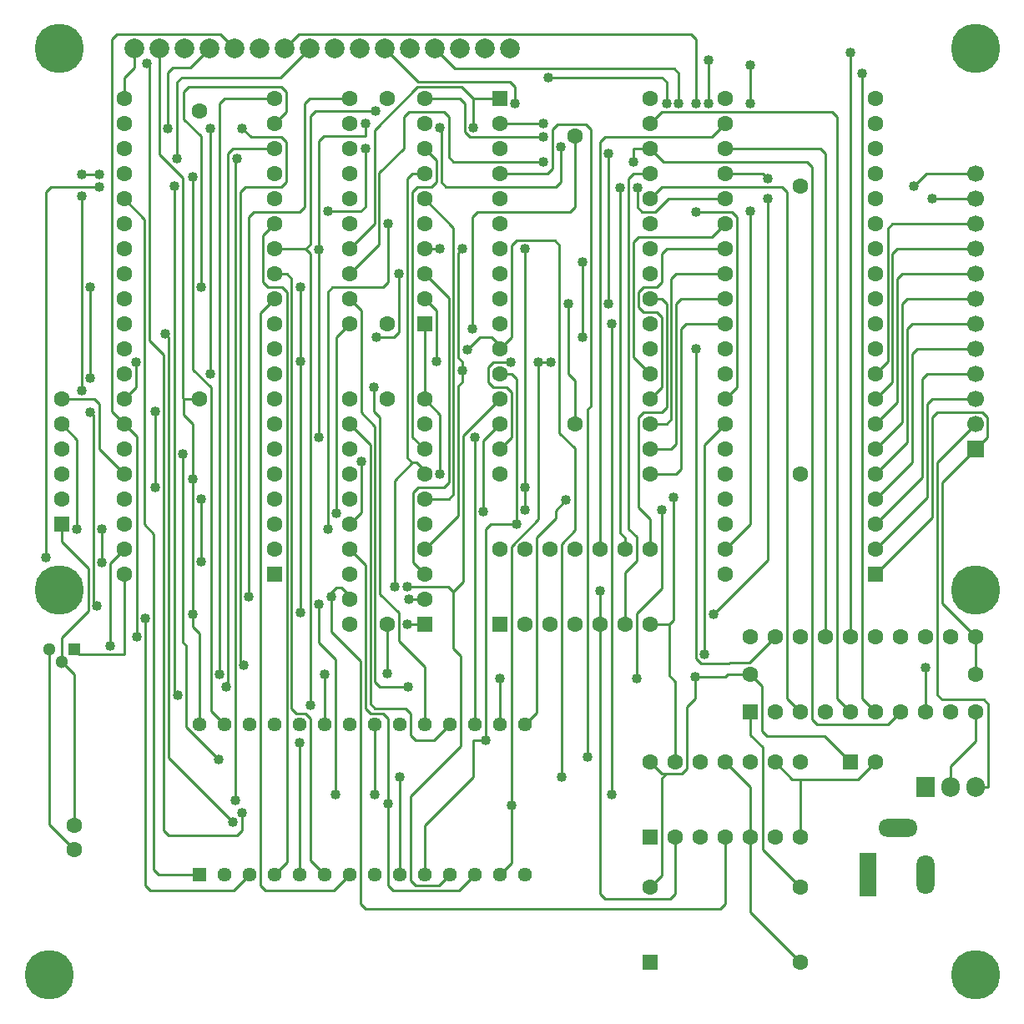
<source format=gbr>
%TF.GenerationSoftware,Novarm,DipTrace,4.3.0.5*%
%TF.CreationDate,2023-08-31T12:43:09+01:00*%
%FSLAX26Y26*%
%MOIN*%
%TF.FileFunction,Copper,L2,Bot*%
%TF.Part,Single*%
%TA.AperFunction,Conductor*%
%ADD13C,0.009843*%
%TA.AperFunction,ComponentPad*%
%ADD17R,0.062992X0.062992*%
%ADD18C,0.062992*%
%ADD19C,0.19685*%
%ADD20R,0.056693X0.056693*%
%ADD21C,0.056693*%
%ADD22C,0.062992*%
%ADD23R,0.070866X0.173228*%
%ADD24O,0.070866X0.15748*%
%ADD25O,0.15748X0.070866*%
%ADD26R,0.066929X0.066929*%
%ADD27C,0.066929*%
%ADD28R,0.051181X0.051181*%
%ADD29C,0.051181*%
%ADD30R,0.075X0.07874*%
%ADD31O,0.075X0.07874*%
%ADD32C,0.07874*%
%TA.AperFunction,ViaPad*%
%ADD33C,0.04*%
G75*
G01*
%LPD*%
X1313386Y1518110D2*
D13*
Y1881382D1*
X1286811Y1907957D1*
Y1957799D1*
X3113386Y868110D2*
X3159649Y914374D1*
Y1302953D1*
X3178547Y1321851D1*
X3239964D1*
X3259649Y1341536D1*
Y1589228D1*
X3293272Y1622851D1*
Y1708504D1*
X1286811Y2499138D2*
Y2720103D1*
X1252370Y2754544D1*
Y2818111D1*
X1247299Y2823182D1*
Y3702288D1*
X1153543Y3796044D1*
Y4218110D1*
X763386Y2318110D2*
Y2250374D1*
X869882Y2143878D1*
Y1971555D1*
X763386Y1865058D1*
Y1768110D1*
X3178547Y1321851D2*
X3159645D1*
X3113386Y1368110D1*
X4413386Y1268110D2*
X4465653D1*
Y1597835D1*
X4445968Y1617520D1*
X4279331D1*
X4259646Y1637205D1*
Y2564371D1*
X4413386Y2718110D1*
X2063780Y1917913D2*
X2063779Y1723268D1*
X1913386Y3118110D2*
X1860791Y3065516D1*
Y2361485D1*
X2813386Y3868110D2*
Y3584058D1*
X2793701Y3564374D1*
X2423480D1*
X2403795Y3544689D1*
Y3099138D1*
X1313386Y2818110D2*
X1252370Y2818111D1*
X1286811Y1957799D2*
Y2499138D1*
X3513189Y1717717D2*
X3559646Y1671259D1*
Y1491658D1*
X3579331Y1471973D1*
X3811098D1*
X3914961Y1368110D1*
X3293272Y1708504D2*
X3414984D1*
X3424197Y1717717D1*
X3513189D1*
X763386Y1768110D2*
X813386Y1718110D1*
Y1116535D1*
X2513386Y2918110D2*
X2559650D1*
X2579335Y2898425D1*
Y2318819D1*
X1188307Y3899138D2*
Y4123091D1*
X1207992Y4142776D1*
X1278209D1*
X1353543Y4218110D1*
X1485240Y3899138D2*
X1520004Y3864374D1*
X1639961D1*
X1659646Y3844689D1*
Y3684060D1*
X1639960Y3664374D1*
X1495870D1*
X1476185Y3644689D1*
Y1769808D1*
X1491264Y1754729D1*
X1356657Y2918114D2*
Y3899138D1*
X2456500Y1455319D2*
X2406657D1*
Y1307992D1*
X2213386Y1114720D1*
Y918110D1*
X2579335Y2318819D2*
X2476185D1*
X2456500Y2299134D1*
Y1455319D1*
X2013386Y1238461D2*
Y1518110D1*
X2959649Y1238461D2*
Y3118114D1*
X1791264Y1999138D2*
Y1844047D1*
X1856500Y1778811D1*
Y1238461D1*
X879177Y3264374D2*
Y2902721D1*
X1321894Y3264374D2*
Y3867244D1*
X1252051Y3937087D1*
Y4044689D1*
X1271736Y4064374D1*
X1639961D1*
X1659646Y4044689D1*
Y3964371D1*
X1613386Y3918110D1*
X879177Y2764374D2*
X889567Y2753984D1*
Y2007642D1*
X904646Y1992563D1*
X1613386Y4018110D2*
X1414098D1*
X1394413Y3998426D1*
Y1719965D1*
X1813386Y1518110D2*
Y1719965D1*
X2513386Y3718110D2*
X2703311D1*
X2722996Y3737796D1*
Y3894689D1*
X2742681Y3914374D1*
X2858197D1*
X2877882Y3894689D1*
Y2791556D1*
X2862799Y2776473D1*
Y1387362D1*
X3113386Y3618110D2*
X3159649Y3664374D1*
X3639961D1*
X3659646Y3644689D1*
Y1621850D1*
X3713386Y1568110D1*
X1413386Y1518110D2*
X1359649Y1571847D1*
Y2864375D1*
X1287130Y2936894D1*
Y3707209D1*
X3913386Y1568110D2*
X3859646Y1621850D1*
Y3944688D1*
X3839960Y3964374D1*
X3159649D1*
X3113386Y3918110D1*
X1313386Y918110D2*
X1152009D1*
X1132323Y937796D1*
Y2280370D1*
X1094409Y2318284D1*
Y3537087D1*
X1013386Y3618110D1*
X2148153Y1668819D2*
X2035240D1*
X2015555Y1688504D1*
Y2709843D1*
X1959646Y2765752D1*
Y3171850D1*
X1913386Y3218110D1*
X4013386Y1568110D2*
X3959646Y1621850D1*
Y4118823D1*
X2513386Y3918110D2*
X2688232Y3918111D1*
X3047441Y3764374D2*
Y3818110D1*
X3113386D1*
X2688232Y3764374D2*
X2329177D1*
X2309492Y3784059D1*
Y3944689D1*
X2289807Y3964374D1*
X2149409D1*
X2129724Y3944689D1*
Y3820555D1*
X2032323Y3723154D1*
Y3437048D1*
X1913386Y3318110D1*
X3113386Y3818110D2*
X3167122Y3764374D1*
X3739964D1*
X3759649Y3744689D1*
Y1538387D1*
X3779335Y1518701D1*
X4063976D1*
X4113386Y1568110D1*
X2513386Y4018110D2*
X2408071D1*
X2361807Y4064374D1*
X2185689D1*
X2012638Y3891323D1*
Y3517363D1*
X1913386Y3418110D1*
X2408071Y3902288D2*
Y4018110D1*
X2757760Y3824736D2*
Y3684059D1*
X2738075Y3664374D1*
X2299016D1*
X2279331Y3684059D1*
Y3897685D1*
X2274728Y3902288D1*
X4213386Y1746296D2*
Y1568110D1*
X2759649Y1307988D2*
Y2240453D1*
X2813783Y2294587D1*
Y2621497D1*
X2752441Y2682839D1*
Y3433902D1*
X2732756Y3453587D1*
X2579334D1*
X2559649Y3433902D1*
Y3064374D1*
X2513386Y3018110D1*
X2113386Y918110D2*
Y1307988D1*
X2513386Y3018110D2*
Y3032878D1*
X2481890Y3064374D1*
X2434090D1*
X2383622Y3013906D1*
X1448153Y1128859D2*
X1191697Y1385315D1*
Y3065524D1*
X1177772Y3079449D1*
X1613386Y3218110D2*
X1556500Y3161225D1*
Y875000D1*
X1576185Y855315D1*
X1850590D1*
X1913386Y918110D1*
X1613386Y3318110D2*
X1662796D1*
X1682480Y3298426D1*
Y1580910D1*
X1702165Y1561225D1*
X1736815D1*
X1756500Y1541540D1*
Y974996D1*
X1813386Y918110D1*
X1756500Y1595988D2*
Y3399213D1*
X1737602Y3418111D1*
X1756500Y3437009D1*
Y3947839D1*
X1776185Y3967524D1*
X2017520D1*
X1713386Y918110D2*
Y1447044D1*
X1737602Y3418111D2*
Y3418110D1*
X1613386D1*
Y3518110D2*
X1567126Y3471851D1*
Y3284059D1*
X1586811Y3264374D1*
X1643110D1*
X1662795Y3244689D1*
Y967520D1*
X1613386Y918110D1*
X702047Y2185748D2*
Y3644689D1*
X721732Y3664374D1*
X913941D1*
X1097559Y1942721D2*
Y875004D1*
X1117244Y855319D1*
X1450594D1*
X1513386Y918110D1*
X1212535Y3667524D2*
Y1649284D1*
X1226460Y1635359D1*
X2708374Y4103744D2*
X3159650D1*
X3179335Y4084059D1*
Y3999138D1*
X1613386Y3818110D2*
X1448862D1*
X1429177Y3798426D1*
Y1677563D1*
X1421736Y1670122D1*
X3062520Y3661485D2*
Y3584059D1*
X3082205Y3564374D1*
X3132779D1*
X3186516Y3618110D1*
X3413386D1*
X3013386Y2218110D2*
Y2264370D1*
X2994413Y2283343D1*
Y3660064D1*
X2992992Y3661485D1*
X1321575Y2167524D2*
Y2418111D1*
X2913386Y1918110D2*
Y841536D1*
X2933071Y821851D1*
X3193701D1*
X3213386Y841535D1*
Y1068110D1*
X2913386Y2052937D2*
Y1918110D1*
X2513386Y2818110D2*
X2368543Y2673268D1*
Y2090433D1*
X2327917Y2049807D1*
Y1821134D1*
X2356500Y1792551D1*
Y1430768D1*
X2156500Y1230768D1*
Y894685D1*
X2176185Y875000D1*
X2270275D1*
X2313386Y918110D1*
X3413386Y2818110D2*
X3459646Y2864371D1*
Y3544688D1*
X3439960Y3564374D1*
X3298697D1*
Y3999138D2*
Y4255709D1*
X3279012Y4275394D1*
X1710827D1*
X1653543Y4218110D1*
X2327917Y2049807D2*
X2309019Y2068705D1*
X2142677D1*
X1913386Y2218110D2*
X1976185Y2155311D1*
Y1580910D1*
X1995870Y1561225D1*
X2048153D1*
X2067838Y1541540D1*
Y1203697D1*
X2513386Y2718110D2*
X2448149Y2652874D1*
Y2368662D1*
X1223071Y3779453D2*
Y4084059D1*
X1242756Y4103744D1*
X1639177D1*
X1753543Y4218110D1*
X2067838Y1203697D2*
Y875000D1*
X2087523Y855315D1*
X2350590D1*
X2413386Y918110D1*
X1463941Y3779453D2*
X1456500Y3772012D1*
Y1213945D1*
X2513386Y918110D2*
X2559649Y964374D1*
Y1196992D1*
X2513386Y2618110D2*
X2559649Y2664374D1*
Y2844693D1*
X2539964Y2864378D1*
X2486811D1*
X2467126Y2884063D1*
Y2944689D1*
X2486811Y2964374D1*
X2556760D1*
X1959646Y2567957D2*
Y2364371D1*
X1913386Y2318110D1*
X2667835Y2964374D2*
X2717677D1*
X2559649Y1196992D2*
Y2229960D1*
X2667835Y2338146D1*
Y2964374D1*
X1104602Y4158193D2*
X1114094Y4148701D1*
Y3052249D1*
X1172012Y2994331D1*
Y1094095D1*
X1191697Y1074410D1*
X1463713D1*
X1483398Y1094095D1*
Y1164103D1*
X3113386Y2518110D2*
X3218705D1*
X3238390Y2537796D1*
Y3098426D1*
X3258075Y3118110D1*
X3413386D1*
X2613386Y1518110D2*
X2659649Y1564374D1*
Y2264370D1*
X2737362Y2342083D1*
Y2372559D1*
X2779020Y2414217D1*
X844413Y3714217D2*
X913941D1*
X844413Y2852878D2*
Y3629611D1*
X1391264Y1377516D2*
X1261224Y1507556D1*
Y1833339D1*
X1247299Y1847264D1*
Y2599138D1*
X3113386Y2618110D2*
X3199020D1*
X3218705Y2637796D1*
Y3198426D1*
X3238390Y3218110D1*
X3413386D1*
X2614098Y2375441D2*
Y2464374D1*
X2574728Y3999138D2*
Y4064374D1*
X2555043Y4084059D1*
X2187595D1*
X2053543Y4218110D1*
X2513386Y1518110D2*
Y1703583D1*
X3159649Y2375441D2*
Y2062185D1*
X3059649Y1962185D1*
Y1703583D1*
X2614098Y2464374D2*
Y3418823D1*
X3113386Y2718110D2*
X3179335D1*
X3199020Y2737796D1*
Y3298426D1*
X3218705Y3318110D1*
X3413386D1*
X2413386Y2664374D2*
Y1518110D1*
X3514094Y4153587D2*
Y3999138D1*
X1913386Y2718110D2*
X1995870Y2635626D1*
Y1600595D1*
X2015555Y1580910D1*
X2136815D1*
X2156500Y1561225D1*
Y1475000D1*
X2176185Y1455315D1*
X2250590D1*
X2313386Y1518110D1*
X3113386Y2818110D2*
X3159649Y2864374D1*
Y3144689D1*
X3139964Y3164374D1*
X3086811D1*
X3067126Y3184059D1*
Y3244689D1*
X3086811Y3264374D1*
X3139964D1*
X3159649Y3284059D1*
Y3398425D1*
X3179335Y3418110D1*
X3413386D1*
X3229177Y3999138D2*
Y4118823D1*
X3209492Y4138508D1*
X2333146D1*
X2253543Y4218110D1*
X3113386Y2918110D2*
X3047441Y2984055D1*
Y3444689D1*
X3067126Y3464374D1*
X3359649D1*
X3413386Y3518110D1*
X2010953Y2864374D2*
Y2769630D1*
X2035240Y2745343D1*
Y2038976D1*
X2110039Y1964177D1*
Y1852166D1*
X2213386Y1748819D1*
Y1518110D1*
X3348539Y4173272D2*
Y3999138D1*
X1717244Y3264374D2*
Y2968666D1*
X2213386Y2018110D2*
X2152043Y2018111D1*
X2259646Y2968666D2*
Y3171850D1*
X2213386Y3218110D1*
X1059646Y2964374D2*
Y2864371D1*
X1013386Y2818110D1*
X1717244Y2968666D2*
Y1964374D1*
X2213386Y3318110D2*
X2309488Y3222008D1*
Y2484059D1*
X2289803Y2464374D1*
X2186807D1*
X2167122Y2444689D1*
Y2164374D1*
X2213386Y2118110D1*
X2110039Y3318111D2*
Y3084059D1*
X2090354Y3064374D1*
X2020405D1*
X2363937Y3418111D2*
X2348858Y3403032D1*
Y2983745D1*
X2363937Y2968666D1*
Y2933902D1*
X2213386Y3418110D2*
X2274724Y3418111D1*
X2363937Y2933902D2*
Y2886993D1*
X2348858Y2871914D1*
Y2353583D1*
X2213386Y2218110D1*
X1826027Y2299138D2*
Y3244689D1*
X1845712Y3264374D1*
X2047401D1*
X2067086Y3284059D1*
Y3518111D1*
X2213386Y2418110D2*
X2309488D1*
X2329173Y2437796D1*
Y3502323D1*
X2213386Y3618110D1*
Y2518110D2*
Y2532877D1*
X2181889Y2564374D1*
X2163701D1*
X2144803Y2583272D1*
Y3698426D1*
X2164488Y3718110D1*
X2213386D1*
X2163701Y2564374D2*
X2092835Y2493508D1*
Y2068705D1*
X2213386Y3818110D2*
X2259646Y3771850D1*
Y3684060D1*
X2239960Y3664374D1*
X2184173D1*
X2164488Y3644689D1*
Y2667008D1*
X2213386Y2618110D1*
X1826027Y3567524D2*
X1958189D1*
X1977874Y3587209D1*
Y3818111D1*
Y3918111D2*
Y3867524D1*
X1810949D1*
X1791264Y3847839D1*
Y3416150D1*
Y2664374D1*
X4413189Y1717717D2*
Y1779232D1*
X4413386Y1779428D1*
Y1868110D1*
X813386Y1018110D2*
X713386Y1118110D1*
Y1818110D1*
X3713386Y568110D2*
X3513386Y768110D1*
Y1068110D1*
X4413386Y1568110D2*
Y1451889D1*
X4313386Y1351889D1*
Y1268110D1*
X4013386Y1368110D2*
X3944291Y1299016D1*
X3713386D1*
X3682480D1*
X3613386Y1368110D1*
X1013386Y4018110D2*
Y4103354D1*
X1053543Y4143512D1*
Y4218110D1*
X3213386Y1368110D2*
Y1690127D1*
X3189567Y1713946D1*
Y1918111D1*
X3208464Y1937008D1*
Y2424894D1*
X3713386Y1068110D2*
Y1299016D1*
X2274724Y2518114D2*
Y2756772D1*
X2213386Y2818110D1*
X2813386Y2718110D2*
Y2892662D1*
X2787205Y2918843D1*
Y3199138D1*
X2948153Y3799138D2*
Y3199138D1*
X2213386Y4018110D2*
X2353623D1*
X2373307Y3998426D1*
Y3884059D1*
X2392992Y3864374D1*
X2688232D1*
X3113386Y1918110D2*
X3189567Y1918111D1*
X4413386Y2618110D2*
X4461618Y2666343D1*
Y2746654D1*
X4441933Y2766339D1*
X4259645D1*
X4239960Y2746654D1*
Y2344685D1*
X4013386Y2118110D1*
X4413386Y1868110D2*
X4279331Y2002165D1*
Y2484056D1*
X4413386Y2618110D1*
X3513386Y1068110D2*
Y1268110D1*
X3413386Y1368110D1*
X2213386Y2818110D2*
Y3118110D1*
X3813386Y1868110D2*
Y3798425D1*
X3793701Y3818110D1*
X3413386D1*
X3913386Y4203425D2*
Y1868110D1*
X4413386Y3518110D2*
X4082481D1*
X4062795Y3498425D1*
Y2967520D1*
X4013386Y2918110D1*
X4413386Y3618110D2*
X4239964Y3618111D1*
X4166583Y3667524D2*
X4217170Y3718110D1*
X4413386D1*
X3514094Y3567524D2*
Y2318819D1*
X3413386Y2218110D1*
X4413386Y2818110D2*
X4239961D1*
X4220275Y2798425D1*
Y2425000D1*
X4013386Y2218110D1*
X4413386Y2918110D2*
X4220276D1*
X4200590Y2898425D1*
Y2505315D1*
X4013386Y2318110D1*
X4413386Y3018110D2*
X4180906D1*
X4161220Y2998425D1*
Y2565945D1*
X4013386Y2418110D1*
X4413386Y3118110D2*
X4161221D1*
X4141535Y3098425D1*
Y2646260D1*
X4013386Y2518110D1*
X4413386Y3218110D2*
X4141536D1*
X4121850Y3198425D1*
Y2726575D1*
X4013386Y2618110D1*
X4413386Y3318110D2*
X4121851D1*
X4102165Y3298425D1*
Y2806890D1*
X4013386Y2718110D1*
X4413386Y3418110D2*
X4102166D1*
X4082480Y3398425D1*
Y2887205D1*
X4013386Y2818110D1*
X924331Y2299138D2*
Y2164374D1*
X824728Y2299138D2*
Y2656768D1*
X763386Y2718110D1*
X1013386Y2518110D2*
X913941Y2617555D1*
Y2798425D1*
X894256Y2818110D1*
X763386D1*
X3513386Y1568110D2*
Y1476996D1*
X3562799Y1427583D1*
Y1018697D1*
X3713386Y868110D1*
X3297445Y3018111D2*
Y1782642D1*
X3317130Y1762957D1*
X3431429D1*
X3432449Y1763977D1*
X3509252D1*
X3613386Y1868110D1*
X2913386Y2218110D2*
Y3844688D1*
X2933071Y3864374D1*
X3359649D1*
X3413386Y3918110D1*
X1062795Y1867248D2*
Y2668701D1*
X1013386Y2718110D1*
X2213386Y1918110D2*
X2144803Y1918111D1*
X1013386Y2718110D2*
X963980Y2767516D1*
Y4255709D1*
X983665Y4275394D1*
X1396260D1*
X1453543Y4218110D1*
X3583622Y3699138D2*
X3564650Y3718110D1*
X3413386D1*
X3366972Y1959477D2*
X3583622Y2176127D1*
Y3617362D1*
X959094Y1832485D2*
Y2163819D1*
X1013386Y2218110D1*
X1510949Y2029611D2*
Y3544689D1*
X1530634Y3564374D1*
X1714177D1*
X1733862Y3584059D1*
Y3998425D1*
X1753548Y4018110D1*
X1913386D1*
X1841106Y2029611D2*
Y1888812D1*
X1956500Y1773418D1*
Y802166D1*
X1976185Y782481D1*
X3393701D1*
X3413386Y802165D1*
Y1068110D1*
X1913386Y2018110D2*
Y2032877D1*
X1881889Y2064374D1*
X1861106D1*
X1841106Y2044374D1*
Y2029611D1*
X2843118Y3064374D2*
Y3364374D1*
X1137248Y2464374D2*
Y2767524D1*
X3113386Y2218110D2*
Y2339473D1*
X3067126Y2385733D1*
Y2744689D1*
X3086811Y2764374D1*
X3159650D1*
X3179335Y2784059D1*
Y3198425D1*
X3159650Y3218110D1*
X3113386D1*
X813386Y1818110D2*
X833775Y1797721D1*
X1013386D1*
Y2118110D1*
X3332209Y1797721D2*
Y2636934D1*
X3413386Y2718110D1*
X3013386Y1918110D2*
Y2127078D1*
X3059649Y2173342D1*
Y2268107D1*
X3027756Y2300000D1*
Y3698426D1*
X3047441Y3718110D1*
X3113386D1*
D33*
X1286811Y1957799D3*
X2063779Y1723268D3*
X1860791Y2361485D3*
X2403795Y3099138D3*
X3293272Y1708504D3*
X1286811Y2499138D3*
X1188307Y3899138D3*
X2456500Y1455319D3*
X1491264Y1754729D3*
X1485240Y3899138D3*
X1356657D3*
X2579335Y2318819D3*
X1356657Y2918114D3*
X2959649Y3118114D3*
Y1238461D3*
X1856500D3*
X1791264Y1999138D3*
X904646Y1992563D3*
X879177Y2764374D3*
Y2902721D3*
Y3264374D3*
X1321894D3*
X2013386Y1238461D3*
X1394413Y1719965D3*
X1813386D3*
X2862799Y1387362D3*
X1287130Y3707209D3*
X2148153Y1668819D3*
X3959646Y4118823D3*
X2688232Y3918111D3*
Y3764374D3*
X3047441D3*
X2408071Y3902288D3*
X2274728D3*
X2757760Y3824736D3*
X4213386Y1746296D3*
X2759649Y1307988D3*
X2113386D3*
X2383622Y3013906D3*
X1177772Y3079449D3*
X1448153Y1128859D3*
X2017520Y3967524D3*
X1756500Y1595988D3*
X1713386Y1447044D3*
X913941Y3664374D3*
X702047Y2185748D3*
X1097559Y1942721D3*
X1226460Y1635359D3*
X1212535Y3667524D3*
X3179335Y3999138D3*
X2708374Y4103744D3*
X1421736Y1670122D3*
X3062520Y3661485D3*
X2992992D3*
X1321575Y2418111D3*
Y2167524D3*
X2913386Y2052937D3*
X3298697Y3564374D3*
Y3999138D3*
X2142677Y2068705D3*
X2448149Y2368662D3*
X1456500Y1213945D3*
X1463941Y3779453D3*
X1223071D3*
X2067838Y1203697D3*
X2559649Y1196992D3*
X1483398Y1164103D3*
X1104602Y4158193D3*
X2556760Y2964374D3*
X2667835D3*
X1959646Y2567957D3*
X2717677Y2964374D3*
X913941Y3714217D3*
X844413D3*
Y3629611D3*
Y2852878D3*
X1247299Y2599138D3*
X1391264Y1377516D3*
X2779020Y2414217D3*
X2614098Y3418823D3*
X2574728Y3999138D3*
X2513386Y1703583D3*
X3059649D3*
X3159649Y2375441D3*
X2614098D3*
Y2464374D3*
X3514094Y3999138D3*
Y4153587D3*
X2413386Y2664374D3*
X3229177Y3999138D3*
X2010953Y2864374D3*
X3348539Y3999138D3*
Y4173272D3*
X1717244Y1964374D3*
X2152043Y2018111D3*
X2259646Y2968666D3*
X1717244Y3264374D3*
X1059646Y2964374D3*
X1717244Y2968666D3*
X2020405Y3064374D3*
X2110039Y3318111D3*
X2363937Y3418111D3*
X2274724D3*
X2363937Y2933902D3*
X2067086Y3518111D3*
X1826027Y2299138D3*
X2092835Y2068705D3*
X1977874Y3818111D3*
X1826027Y3567524D3*
X1791264Y2664374D3*
X1977874Y3918111D3*
X1791264Y3416150D3*
X3208464Y2424894D3*
X2787205Y3199138D3*
X2948153D3*
Y3799138D3*
X2688232Y3864374D3*
X2274724Y2518114D3*
X3913386Y4203425D3*
X4239964Y3618111D3*
X4166583Y3667524D3*
X3514094Y3567524D3*
X924331Y2164374D3*
Y2299138D3*
X824728D3*
X3297445Y3018111D3*
X1062795Y1867248D3*
X2144803Y1918111D3*
X3583622Y3699138D3*
Y3617362D3*
X3366972Y1959477D3*
X959094Y1832485D3*
X1510949Y2029611D3*
X1841106D3*
X2843118Y3364374D3*
Y3064374D3*
X1137248Y2767524D3*
Y2464374D3*
X3332209Y1797721D3*
D17*
X2513386Y4018110D3*
D18*
Y3918110D3*
Y3818110D3*
Y3718110D3*
Y3618110D3*
Y3518110D3*
Y3418110D3*
Y3318110D3*
Y3218110D3*
Y3118110D3*
Y3018110D3*
Y2918110D3*
Y2818110D3*
Y2718110D3*
Y2618110D3*
Y2518110D3*
X3113386D3*
Y2618110D3*
Y2718110D3*
Y2818110D3*
Y2918110D3*
Y3018110D3*
Y3118110D3*
Y3218110D3*
Y3318110D3*
Y3418110D3*
Y3518110D3*
Y3618110D3*
Y3718110D3*
Y3818110D3*
Y3918110D3*
Y4018110D3*
D17*
X1613386Y2118110D3*
D18*
Y2218110D3*
Y2318110D3*
Y2418110D3*
Y2518110D3*
Y2618110D3*
Y2718110D3*
Y2818110D3*
Y2918110D3*
Y3018110D3*
Y3118110D3*
Y3218110D3*
Y3318110D3*
Y3418110D3*
Y3518110D3*
Y3618110D3*
Y3718110D3*
Y3818110D3*
Y3918110D3*
Y4018110D3*
X1013386D3*
Y3918110D3*
Y3818110D3*
Y3718110D3*
Y3618110D3*
Y3518110D3*
Y3418110D3*
Y3318110D3*
Y3218110D3*
Y3118110D3*
Y3018110D3*
Y2918110D3*
Y2818110D3*
Y2718110D3*
Y2618110D3*
Y2518110D3*
Y2418110D3*
Y2318110D3*
Y2218110D3*
Y2118110D3*
D19*
X4413386Y518110D3*
D20*
X1313386Y918110D3*
D21*
X1413386D3*
X1513386D3*
X1613386D3*
X1713386D3*
X1813386D3*
X1913386D3*
X2013386D3*
X2113386D3*
X2213386D3*
X2313386D3*
X2413386D3*
X2513386D3*
X2613386D3*
Y1518110D3*
X2513386D3*
X2413386D3*
X2313386D3*
X2213386D3*
X2113386D3*
X2013386D3*
X1913386D3*
X1813386D3*
X1713386D3*
X1613386D3*
X1513386D3*
X1413386D3*
X1313386D3*
D17*
X3513386Y1568110D3*
D18*
X3613386D3*
X3713386D3*
X3813386D3*
X3913386D3*
X4013386D3*
X4113386D3*
X4213386D3*
X4313386D3*
X4413386D3*
Y1868110D3*
X4313386D3*
X4213386D3*
X4113386D3*
X4013386D3*
X3913386D3*
X3813386D3*
X3713386D3*
X3613386D3*
X3513386D3*
D22*
X3513189Y1717717D3*
X4413189D3*
X2063780Y1917913D3*
Y2817913D3*
D17*
X3113386Y568110D3*
D22*
X3713386D3*
Y868110D3*
X3113386D3*
D17*
X3914961Y1368110D3*
D22*
X4013386D3*
D23*
X3985039Y918110D3*
D24*
X4213386D3*
D25*
X4103150Y1107087D3*
D19*
X713386Y518110D3*
D26*
X4413386Y2618110D3*
D27*
Y2718110D3*
Y2818110D3*
Y2918110D3*
Y3018110D3*
Y3118110D3*
Y3218110D3*
Y3318110D3*
Y3418110D3*
Y3518110D3*
Y3618110D3*
Y3718110D3*
D17*
X4013386Y2118110D3*
D18*
Y2218110D3*
Y2318110D3*
Y2418110D3*
Y2518110D3*
Y2618110D3*
Y2718110D3*
Y2818110D3*
Y2918110D3*
Y3018110D3*
Y3118110D3*
Y3218110D3*
Y3318110D3*
Y3418110D3*
Y3518110D3*
Y3618110D3*
Y3718110D3*
Y3818110D3*
Y3918110D3*
Y4018110D3*
X3413386D3*
Y3918110D3*
Y3818110D3*
Y3718110D3*
Y3618110D3*
Y3518110D3*
Y3418110D3*
Y3318110D3*
Y3218110D3*
Y3118110D3*
Y3018110D3*
Y2918110D3*
Y2818110D3*
Y2718110D3*
Y2618110D3*
Y2518110D3*
Y2418110D3*
Y2318110D3*
Y2218110D3*
Y2118110D3*
D28*
X813386Y1818110D3*
D29*
X763386Y1768110D3*
X713386Y1818110D3*
D17*
X763386Y2318110D3*
D18*
Y2418110D3*
Y2518110D3*
Y2618110D3*
Y2718110D3*
Y2818110D3*
D22*
X2813386Y3868110D3*
Y2718110D3*
D17*
X2213386Y1918110D3*
D18*
Y2018110D3*
Y2118110D3*
Y2218110D3*
Y2318110D3*
Y2418110D3*
Y2518110D3*
Y2618110D3*
Y2718110D3*
Y2818110D3*
X1913386D3*
Y2718110D3*
Y2618110D3*
Y2518110D3*
Y2418110D3*
Y2318110D3*
Y2218110D3*
Y2118110D3*
Y2018110D3*
Y1918110D3*
D17*
X3113386Y1068110D3*
D18*
X3213386D3*
X3313386D3*
X3413386D3*
X3513386D3*
X3613386D3*
X3713386D3*
Y1368110D3*
X3613386D3*
X3513386D3*
X3413386D3*
X3313386D3*
X3213386D3*
X3113386D3*
D17*
X2513386Y1918110D3*
D18*
X2613386D3*
X2713386D3*
X2813386D3*
X2913386D3*
X3013386D3*
X3113386D3*
Y2218110D3*
X3013386D3*
X2913386D3*
X2813386D3*
X2713386D3*
X2613386D3*
X2513386D3*
D22*
X1313386Y2818110D3*
Y3968110D3*
D17*
X2213386Y3118110D3*
D18*
Y3218110D3*
Y3318110D3*
Y3418110D3*
Y3518110D3*
Y3618110D3*
Y3718110D3*
Y3818110D3*
Y3918110D3*
Y4018110D3*
X1913386D3*
Y3918110D3*
Y3818110D3*
Y3718110D3*
Y3618110D3*
Y3518110D3*
Y3418110D3*
Y3318110D3*
Y3218110D3*
Y3118110D3*
D30*
X4213386Y1268110D3*
D31*
X4313386D3*
X4413386D3*
D22*
X2063780Y3117913D3*
Y4017913D3*
D19*
X753543Y4218110D3*
Y2054331D3*
D32*
X1253543Y4218110D3*
X2453543D3*
X2553543D3*
D19*
X4413386D3*
Y2054331D3*
D32*
X1053543Y4218110D3*
X1153543D3*
X1353543D3*
X1453543D3*
X1553543D3*
X1653543D3*
X1753543D3*
X1853543D3*
X1953543D3*
X2053543D3*
X2153543D3*
X2253543D3*
X2353543D3*
D22*
X3713386Y3668110D3*
Y2518110D3*
X813386Y1116535D3*
Y1018110D3*
M02*

</source>
